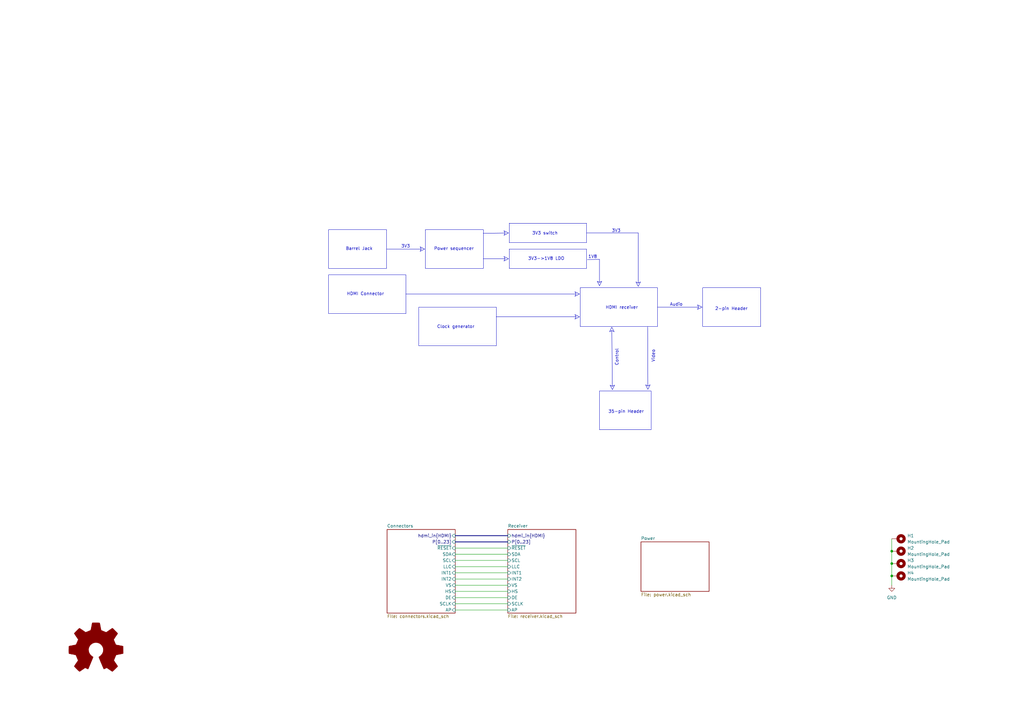
<source format=kicad_sch>
(kicad_sch (version 20231120) (generator "eeschema") (generator_version "8.0")
  (paper "A3")
  (title_block (title "test_project") (date "18.10.2024") (rev "1.0.0") (company "Antmicro"))
  (lib_symbols
    (symbol "Device:DIAC" (pin_numbers hide) (pin_names (offset 1.016) hide)
      (property "Reference" "D" (at 0 3.81 0))
      (property "Value" "DIAC" (at 0 -3.81 0))
      (symbol "DIAC_0_1"
        (polyline (pts (xy -1.27 -2.54) (xy -1.27 2.54) (xy 1.27 1.27) (xy -1.27 0)) (stroke (width 0.254)) (fill (type outline)))
        (polyline (pts (xy 1.27 2.54) (xy 1.27 -2.54) (xy -1.27 -1.27) (xy 1.27 0)) (stroke (width 0.254)) (fill (type outline)))
      )
      (symbol "DIAC_1_1"
        (pin passive line (at -3.81 0 0) (length 2.54) (name "K") (number "1"))
        (pin passive line (at 3.81 0 180) (length 2.54) (name "A") (number "2"))
      )
    )
    (symbol "Graphic:Logo_Open_Hardware_Large" (in_bom no) (on_board no)
      (symbol "Logo_Open_Hardware_Large_1_1"
        (polyline (pts (xy 6.731 -8.7122) (xy 6.6294 -8.6614) (xy 6.35 -8.4836) (xy 5.9944 -8.255) (xy 5.5372 -7.9502) (xy 5.1054 -7.6454) (xy 4.7498 -7.4168) (xy 4.4958 -7.239) (xy 4.3942 -7.1882) (xy 4.318 -7.2136) (xy 4.1148 -7.3152) (xy 3.81 -7.4676) (xy 3.6322 -7.5692) (xy 3.3528 -7.6708) (xy 3.2258 -7.6962) (xy 3.2004 -7.6708) (xy 3.0988 -7.4676) (xy 2.9464 -7.0866) (xy 2.7178 -6.604) (xy 2.4892 -6.0452) (xy 2.2352 -5.4356) (xy 1.9558 -4.826) (xy 1.7272 -4.2164) (xy 1.4986 -3.683) (xy 1.3208 -3.2512) (xy 1.2192 -2.9464) (xy 1.1684 -2.8194) (xy 1.1938 -2.794) (xy 1.3208 -2.667) (xy 1.5748 -2.4892) (xy 2.0828 -2.0574) (xy 2.6162 -1.397) (xy 2.921 -0.6604) (xy 3.048 0.1524) (xy 2.9464 0.9144) (xy 2.6416 1.6256) (xy 2.1336 2.286) (xy 1.524 2.7686) (xy 0.8128 3.0734) (xy 0 3.175) (xy -0.762 3.0988) (xy -1.4986 2.794) (xy -2.159 2.286) (xy -2.4384 1.9812) (xy -2.8194 1.3208) (xy -3.048 0.6096) (xy -3.0734 0.4318) (xy -3.0226 -0.3556) (xy -2.794 -1.0922) (xy -2.3876 -1.7526) (xy -1.8288 -2.3114) (xy -1.7526 -2.3622) (xy -1.4732 -2.5654) (xy -1.2954 -2.6924) (xy -1.1684 -2.8194) (xy -2.159 -5.207) (xy -2.3114 -5.588) (xy -2.5908 -6.2484) (xy -2.8194 -6.8072) (xy -3.0226 -7.2644) (xy -3.1496 -7.5692) (xy -3.2258 -7.6708) (xy -3.2258 -7.6962) (xy -3.302 -7.6962) (xy -3.4798 -7.6454) (xy -3.8354 -7.4676) (xy -4.0386 -7.366) (xy -4.2926 -7.239) (xy -4.4196 -7.1882) (xy -4.5212 -7.239) (xy -4.7498 -7.3914) (xy -5.1054 -7.6454) (xy -5.5372 -7.9248) (xy -5.9436 -8.2042) (xy -6.3246 -8.4582) (xy -6.604 -8.636) (xy -6.731 -8.7122) (xy -6.7564 -8.7122) (xy -6.858 -8.636) (xy -7.0866 -8.4582) (xy -7.4168 -8.1534) (xy -7.874 -7.6962) (xy -7.9502 -7.62) (xy -8.3312 -7.239) (xy -8.636 -6.9088) (xy -8.8392 -6.6802) (xy -8.9154 -6.5786) (xy -8.9154 -6.5786) (xy -8.8392 -6.4516) (xy -8.6614 -6.1722) (xy -8.4328 -5.7912) (xy -8.128 -5.3594) (xy -7.3152 -4.191) (xy -7.7724 -3.0988) (xy -7.8994 -2.7686) (xy -8.0772 -2.3622) (xy -8.2042 -2.0828) (xy -8.255 -1.9558) (xy -8.382 -1.905) (xy -8.6614 -1.8542) (xy -9.0932 -1.7526) (xy -9.6266 -1.651) (xy -10.1092 -1.5748) (xy -10.541 -1.4732) (xy -10.8712 -1.4224) (xy -11.0236 -1.397) (xy -11.049 -1.3716) (xy -11.0744 -1.2954) (xy -11.0998 -1.143) (xy -11.0998 -0.889) (xy -11.1252 -0.4572) (xy -11.1252 0.1524) (xy -11.1252 0.2286) (xy -11.0998 0.8128) (xy -11.0998 1.27) (xy -11.0744 1.5494) (xy -11.0744 1.6764) (xy -11.0744 1.6764) (xy -10.922 1.7018) (xy -10.6172 1.778) (xy -10.16 1.8542) (xy -9.652 1.9558) (xy -9.6012 1.9812) (xy -9.0932 2.0828) (xy -8.636 2.159) (xy -8.3312 2.2352) (xy -8.2042 2.286) (xy -8.1788 2.3114) (xy -8.0772 2.5146) (xy -7.9248 2.8448) (xy -7.747 3.2512) (xy -7.5692 3.6576) (xy -7.4168 4.0386) (xy -7.3152 4.318) (xy -7.2898 4.445) (xy -7.2898 4.445) (xy -7.366 4.572) (xy -7.5438 4.826) (xy -7.7978 5.207) (xy -8.128 5.6642) (xy -8.128 5.6896) (xy -8.4328 6.1468) (xy -8.6868 6.5278) (xy -8.8392 6.7818) (xy -8.9154 6.9088) (xy -8.9154 6.9088) (xy -8.8138 7.0358) (xy -8.5852 7.2898) (xy -8.255 7.6454) (xy -7.874 8.0264) (xy -7.747 8.1534) (xy -7.3152 8.5852) (xy -7.0104 8.8646) (xy -6.8326 8.9916) (xy -6.731 9.0424) (xy -6.731 9.0424) (xy -6.604 8.9408) (xy -6.3246 8.763) (xy -5.9436 8.509) (xy -5.4864 8.2042) (xy -5.461 8.1788) (xy -5.0038 7.874) (xy -4.6482 7.62) (xy -4.3688 7.4422) (xy -4.2672 7.3914) (xy -4.2418 7.3914) (xy -4.064 7.4422) (xy -3.7338 7.5438) (xy -3.3528 7.6962) (xy -2.9464 7.874) (xy -2.5654 8.0264) (xy -2.286 8.1534) (xy -2.159 8.2296) (xy -2.159 8.2296) (xy -2.1082 8.382) (xy -2.032 8.7122) (xy -1.9304 9.1694) (xy -1.8288 9.7282) (xy -1.8034 9.8044) (xy -1.7018 10.3378) (xy -1.6256 10.7696) (xy -1.5748 11.0744) (xy -1.524 11.2014) (xy -1.4478 11.2268) (xy -1.1938 11.2522) (xy -0.8128 11.2522) (xy -0.3302 11.2522) (xy 0.1524 11.2522) (xy 0.6604 11.2522) (xy 1.0668 11.2268) (xy 1.3716 11.2014) (xy 1.4986 11.176) (xy 1.4986 11.176) (xy 1.5494 11.0236) (xy 1.6256 10.6934) (xy 1.7018 10.2108) (xy 1.8288 9.6774) (xy 1.8288 9.5758) (xy 1.9304 9.0424) (xy 2.032 8.6106) (xy 2.0828 8.3058) (xy 2.1336 8.2042) (xy 2.159 8.1788) (xy 2.3876 8.0772) (xy 2.7432 7.9248) (xy 3.175 7.747) (xy 4.191 7.3406) (xy 5.461 8.2042) (xy 5.5626 8.2804) (xy 6.0198 8.5852) (xy 6.3754 8.8392) (xy 6.6294 8.9916) (xy 6.7564 9.0424) (xy 6.7564 9.0424) (xy 6.8834 8.9408) (xy 7.1374 8.7122) (xy 7.4676 8.382) (xy 7.8486 7.9756) (xy 8.1534 7.6962) (xy 8.4836 7.3406) (xy 8.7122 7.112) (xy 8.8392 6.9596) (xy 8.8646 6.858) (xy 8.8646 6.8072) (xy 8.7884 6.6802) (xy 8.6106 6.4008) (xy 8.3312 6.0198) (xy 8.0264 5.588) (xy 7.7978 5.207) (xy 7.5184 4.8006) (xy 7.3406 4.4958) (xy 7.2898 4.3434) (xy 7.2898 4.2926) (xy 7.3914 4.0386) (xy 7.5184 3.683) (xy 7.7216 3.2258) (xy 8.1534 2.2352) (xy 8.7884 2.1082) (xy 9.1948 2.0574) (xy 9.7536 1.9304) (xy 10.2616 1.8288) (xy 11.0998 1.6764) (xy 11.1252 -1.3208) (xy 10.9982 -1.3716) (xy 10.8712 -1.397) (xy 10.5664 -1.4732) (xy 10.1346 -1.5494) (xy 9.6266 -1.651) (xy 9.1948 -1.7272) (xy 8.7376 -1.8288) (xy 8.4328 -1.8796) (xy 8.2804 -1.905) (xy 8.255 -1.9558) (xy 8.1534 -2.159) (xy 7.9756 -2.5146) (xy 7.8232 -2.921) (xy 7.6454 -3.3274) (xy 7.493 -3.7338) (xy 7.366 -4.0132) (xy 7.3406 -4.191) (xy 7.3914 -4.2926) (xy 7.5692 -4.5466) (xy 7.7978 -4.9276) (xy 8.1026 -5.3594) (xy 8.4074 -5.7912) (xy 8.6614 -6.1722) (xy 8.8138 -6.4262) (xy 8.89 -6.5532) (xy 8.8646 -6.6548) (xy 8.6868 -6.858) (xy 8.3566 -7.1882) (xy 7.874 -7.6708) (xy 7.7978 -7.747) (xy 7.3914 -8.128) (xy 7.0612 -8.4328) (xy 6.8326 -8.636) (xy 6.731 -8.7122)) (fill (type outline)))
      )
    )
    (symbol "Mechanical:MountingHole_Pad" (pin_numbers hide) (pin_names (offset 1.016) hide) (exclude_from_sim yes) (in_bom no)
      (property "Reference" "H" (at 0 6.35 0))
      (property "Value" "MountingHole_Pad" (at 0 4.445 0))
      (symbol "MountingHole_Pad_0_1"
        (circle (center 0 1.27) (radius 1.27) (stroke (width 1.27)))
      )
      (symbol "MountingHole_Pad_1_1"
        (pin input line (at 0 -2.54 90) (length 2.54) (name "1") (number "1"))
      )
    )
    (symbol "power:GND" (power) (pin_numbers hide) (pin_names (offset 0) hide)
      (property "Value" "GND" (at 0 -3.81 0))
      (symbol "GND_0_1"
        (polyline (pts (xy 0 0) (xy 0 -1.27) (xy 1.27 -1.27) (xy 0 -2.54) (xy -1.27 -1.27) (xy 0 -1.27)))
      )
      (symbol "GND_1_1"
        (pin power_in line (at 0 0 270) (length 0) (name "~") (number "1"))
      )
    )
  )
  (bus_alias "" (members))
  (bus_alias "HDMI" (members "D2+" "D2-" "D1+" "D1-" "D0+" "D0-" "CK+" "CK-" "HPD" "SDA" "SCL" "CEC"))
  (junction (at 365.76 231.14))
  (junction (at 365.76 226.06))
  (junction (at 365.76 236.22))
  (polyline (pts (xy 198.2523 106.1244) (xy 207.1502 106.1244)) (stroke (width 0) (type solid)))
  (wire (pts (xy 365.76 226.06) (xy 365.76 231.14)))
  (wire (pts (xy 186.69 247.65) (xy 208.28 247.65)))
  (bus (pts (xy 186.69 219.71) (xy 208.28 219.71)))
  (wire (pts (xy 365.76 220.98) (xy 365.76 226.06)))
  (wire (pts (xy 186.69 234.95) (xy 208.28 234.95)))
  (polyline (pts (xy 245.8773 106.389) (xy 245.8773 115.8161)) (stroke (width 0) (type solid)))
  (wire (pts (xy 186.69 232.41) (xy 208.28 232.41)))
  (wire (pts (xy 186.69 245.11) (xy 208.28 245.11)))
  (wire (pts (xy 186.69 224.79) (xy 208.28 224.79)))
  (polyline (pts (xy 240.5856 95.541) (xy 261.7523 95.541)) (stroke (width 0) (type solid)))
  (wire (pts (xy 186.69 250.19) (xy 208.28 250.19)))
  (polyline (pts (xy 251.1531 158.414) (xy 250.9414 135.5751)) (stroke (width 0) (type solid)))
  (polyline (pts (xy 198.2047 95.7104) (xy 207.1502 95.5675)) (stroke (width 0) (type solid)))
  (wire (pts (xy 186.69 240.03) (xy 208.28 240.03)))
  (polyline (pts (xy 166.5023 120.5865) (xy 236.2544 120.5865)) (stroke (width 0) (type solid)))
  (polyline (pts (xy 240.9031 106.4577) (xy 245.8773 106.389)) (stroke (width 0) (type solid)))
  (bus (pts (xy 186.69 222.25) (xy 208.28 222.25)))
  (polyline (pts (xy 261.7523 95.541) (xy 261.7523 116.0806)) (stroke (width 0) (type solid)))
  (wire (pts (xy 186.69 242.57) (xy 208.28 242.57)))
  (wire (pts (xy 365.76 231.14) (xy 365.76 236.22)))
  (wire (pts (xy 365.76 236.22) (xy 365.76 240.03)))
  (wire (pts (xy 186.69 237.49) (xy 208.28 237.49)))
  (polyline (pts (xy 203.544 129.9369) (xy 236.2544 129.9369)) (stroke (width 0) (type solid)))
  (wire (pts (xy 186.69 229.87) (xy 208.28 229.87)))
  (wire (pts (xy 186.69 227.33) (xy 208.28 227.33)))
  (polyline (pts (xy 269.6898 125.9681) (xy 286.5252 125.9681)) (stroke (width 0) (type solid)))
  (polyline (pts (xy 265.6258 134.0326) (xy 265.7237 158.2976)) (stroke (width 0) (type solid)))
  (polyline (pts (xy 158.5648 102.1556) (xy 172.7544 102.1556)) (stroke (width 0) (type solid)))
  (polyline (pts (xy 208.5393 95.5463) (xy 206.7031 96.5015) (xy 207.1502 95.5675) (xy 206.674 94.6494) (xy 208.5393 95.5463)) (stroke (width 0) (type solid)) (fill (type outline)))
  (polyline (pts (xy 237.6435 120.5865) (xy 235.7914 121.5125) (xy 236.2544 120.5865) (xy 235.7914 119.6605) (xy 237.6435 120.5865)) (stroke (width 0) (type solid)) (fill (type outline)))
  (polyline (pts (xy 208.5393 106.1244) (xy 206.6872 107.0504) (xy 207.1502 106.1244) (xy 206.6872 105.1983) (xy 208.5393 106.1244)) (stroke (width 0) (type solid)) (fill (type outline)))
  (polyline (pts (xy 203.544 141.8431) (xy 171.794 141.8431) (xy 171.794 125.9681) (xy 203.544 125.9681) (xy 203.544 141.8431)) (stroke (width 0) (type solid)) (fill (type color) (color 255 255 255 1)))
  (polyline (pts (xy 174.1435 102.1556) (xy 172.2914 103.0817) (xy 172.7544 102.1556) (xy 172.2914 101.2296) (xy 174.1435 102.1556)) (stroke (width 0) (type solid)) (fill (type outline)))
  (polyline (pts (xy 251.1663 159.803) (xy 250.2217 157.9589) (xy 251.1531 158.414) (xy 252.0738 157.943) (xy 251.1663 159.803)) (stroke (width 0) (type solid)) (fill (type outline)))
  (polyline (pts (xy 158.5648 110.0931) (xy 134.7523 110.0931) (xy 134.7523 94.2181) (xy 158.5648 94.2181) (xy 158.5648 110.0931)) (stroke (width 0) (type solid)) (fill (type color) (color 255 255 255 1)))
  (polyline (pts (xy 237.6435 129.9369) (xy 235.7914 130.8629) (xy 236.2544 129.9369) (xy 235.7914 129.0108) (xy 237.6435 129.9369)) (stroke (width 0) (type solid)) (fill (type outline)))
  (polyline (pts (xy 269.6898 133.9056) (xy 237.9398 133.9056) (xy 237.9398 118.0306) (xy 269.6898 118.0306) (xy 269.6898 133.9056)) (stroke (width 0) (type solid)) (fill (type color) (color 255 255 255 1)))
  (polyline (pts (xy 287.9143 125.9681) (xy 286.0622 126.8942) (xy 286.5252 125.9681) (xy 286.0622 125.0421) (xy 287.9143 125.9681)) (stroke (width 0) (type solid)) (fill (type outline)))
  (polyline (pts (xy 198.2523 110.0931) (xy 174.4398 110.0931) (xy 174.4398 94.2181) (xy 198.2523 94.2181) (xy 198.2523 110.0931)) (stroke (width 0) (type solid)) (fill (type color) (color 255 255 255 1)))
  (polyline (pts (xy 267.044 176.239) (xy 245.8773 176.239) (xy 245.8773 160.364) (xy 267.044 160.364) (xy 267.044 176.239)) (stroke (width 0) (type solid)) (fill (type color) (color 255 255 255 1)))
  (polyline (pts (xy 251.8727 136.0302) (xy 250.9414 135.5751) (xy 250.0207 136.0461) (xy 250.9282 134.1861) (xy 251.8727 136.0302)) (stroke (width 0) (type solid)) (fill (type outline)))
  (polyline (pts (xy 240.5856 99.5098) (xy 208.8356 99.5098) (xy 208.8356 91.5723) (xy 240.5856 91.5723) (xy 240.5856 99.5098)) (stroke (width 0) (type solid)) (fill (type color) (color 255 255 255 1)))
  (polyline (pts (xy 261.7523 117.4697) (xy 260.8262 115.6176) (xy 261.7523 116.0806) (xy 262.6783 115.6176) (xy 261.7523 117.4697)) (stroke (width 0) (type solid)) (fill (type outline)))
  (polyline (pts (xy 265.7316 159.6866) (xy 264.7976 157.8398) (xy 265.7237 158.2976) (xy 266.6497 157.8319) (xy 265.7316 159.6866)) (stroke (width 0) (type solid)) (fill (type outline)))
  (polyline (pts (xy 312.0231 133.9056) (xy 288.2106 133.9056) (xy 288.2106 118.0306) (xy 312.0231 118.0306) (xy 312.0231 133.9056)) (stroke (width 0) (type solid)) (fill (type color) (color 255 255 255 1)))
  (polyline (pts (xy 166.5023 128.614) (xy 134.7523 128.614) (xy 134.7523 112.739) (xy 166.5023 112.739) (xy 166.5023 128.614)) (stroke (width 0) (type solid)) (fill (type color) (color 255 255 255 1)))
  (polyline (pts (xy 240.5856 110.0931) (xy 208.8356 110.0931) (xy 208.8356 102.1556) (xy 240.5856 102.1556) (xy 240.5856 110.0931)) (stroke (width 0) (type solid)) (fill (type color) (color 255 255 255 1)))
  (polyline (pts (xy 245.8773 117.2051) (xy 244.9512 115.353) (xy 245.8773 115.8161) (xy 246.8033 115.353) (xy 245.8773 117.2051)) (stroke (width 0) (type solid)) (fill (type outline)))
  (text "Control" (at 252.984 146.558 90) (effects (font (size 1.27 1.27))))
  (text "3V3" (at 252.73 94.742 0) (effects (font (size 1.27 1.27))))
  (text "Video" (at 267.97 146.05 90) (effects (font (size 1.27 1.27))))
  (text "1V8" (at 243.078 105.41 0) (effects (font (size 1.27 1.27))))
  (text "Audio" (at 277.368 124.968 0) (effects (font (size 1.27 1.27))))
  (text "3V3 switch" (at 223.52 95.758 0) (effects (font (size 1.27 1.27))))
  (text "Power sequencer\n" (at 186.182 102.108 0) (effects (font (size 1.27 1.27))))
  (text "2-pin Header" (at 299.974 126.746 0) (effects (font (size 1.27 1.27))))
  (text "35-pin Header" (at 256.794 168.91 0) (effects (font (size 1.27 1.27))))
  (text "3V3->1V8 LDO" (at 224.028 106.172 0) (effects (font (size 1.27 1.27))))
  (text "3V3" (at 166.37 101.092 0) (effects (font (size 1.27 1.27))))
  (text "Barrel Jack" (at 147.32 102.108 0) (effects (font (size 1.27 1.27))))
  (text "Clock generator" (at 186.944 134.112 0) (effects (font (size 1.27 1.27))))
  (text "HDMI Connector" (at 149.86 120.65 0) (effects (font (size 1.27 1.27))))
  (text "HDMI receiver\n" (at 255.016 126.238 0) (effects (font (size 1.27 1.27))))
  (symbol (lib_id "Mechanical:MountingHole_Pad") (at 368.3 220.98 270) (unit 1) (exclude_from_sim yes) (in_bom no)
    (property "Reference" "H1" (at 372.11 219.7099 90) (effects (justify left)))
    (property "Value" "MountingHole_Pad" (at 372.11 222.2499 90) (effects (justify left)))
    (property "Footprint" "MountingHole:MountingHole_2.2mm_M2_DIN965_Pad" (effects (hide yes)))
    (property "Description" "Mounting Hole with connection" (effects (hide yes)))
  )
  (symbol (lib_id "Mechanical:MountingHole_Pad") (at 368.3 236.22 270) (unit 1) (exclude_from_sim yes) (in_bom no)
    (property "Reference" "H4" (at 372.11 234.9499 90) (effects (justify left)))
    (property "Value" "MountingHole_Pad" (at 372.11 237.4899 90) (effects (justify left)))
    (property "Footprint" "MountingHole:MountingHole_2.2mm_M2_DIN965_Pad" (effects (hide yes)))
    (property "Description" "Mounting Hole with connection" (effects (hide yes)))
  )
  (symbol (lib_id "Mechanical:MountingHole_Pad") (at 368.3 226.06 270) (unit 1) (exclude_from_sim yes) (in_bom no)
    (property "Reference" "H2" (at 372.11 224.7899 90) (effects (justify left)))
    (property "Value" "MountingHole_Pad" (at 372.11 227.3299 90) (effects (justify left)))
    (property "Footprint" "MountingHole:MountingHole_2.2mm_M2_DIN965_Pad" (effects (hide yes)))
    (property "Description" "Mounting Hole with connection" (effects (hide yes)))
  )
  (symbol (lib_id "Mechanical:MountingHole_Pad") (at 368.3 231.14 270) (unit 1) (exclude_from_sim yes) (in_bom no)
    (property "Reference" "H3" (at 372.11 229.8699 90) (effects (justify left)))
    (property "Value" "MountingHole_Pad" (at 372.11 232.4099 90) (effects (justify left)))
    (property "Footprint" "MountingHole:MountingHole_2.2mm_M2_DIN965_Pad" (effects (hide yes)))
    (property "Description" "Mounting Hole with connection" (effects (hide yes)))
  )
  (symbol (lib_id "Graphic:Logo_Open_Hardware_Large") (at 39.37 266.7 0) (unit 1) (exclude_from_sim yes) (in_bom no) (on_board no)
    (property "Reference" "#SYM1" (effects (hide yes)))
    (property "Value" "Logo_Open_Hardware_Large" (effects (hide yes)))
    (property "Description" "Open Hardware logo, large" (effects (hide yes)))
  )
  (symbol (lib_id "power:GND") (at 365.76 240.03 0) (unit 1)
    (property "Reference" "#PWR041" (effects (hide yes)))
    (property "Value" "GND" (at 365.76 245.11 0))
    (property "Description" "Power symbol creates a global label with name \"GND\" , ground" (effects (hide yes)))
  )
  (sheet (at 208.28 217.17) (size 27.94 34.29) (stroke (width 0.1524))
    (property "Sheetname" "Receiver" (at 208.28 216.4584 0) (effects (justify left bottom)))
    (property "Sheetfile" "receiver.kicad_sch" (at 208.28 252.0446 0) (effects (justify left top)))
    (pin "hdmi_in{HDMI}" input (at 208.28 219.71 180))
    (pin "~{RESET}" input (at 208.28 224.79 180))
    (pin "P[0..23]" input (at 208.28 222.25 180))
    (pin "SDA" input (at 208.28 227.33 180))
    (pin "SCL" input (at 208.28 229.87 180))
    (pin "VS" input (at 208.28 240.03 180))
    (pin "HS" input (at 208.28 242.57 180))
    (pin "DE" input (at 208.28 245.11 180))
    (pin "LLC" input (at 208.28 232.41 180))
    (pin "INT1" input (at 208.28 234.95 180))
    (pin "INT2" input (at 208.28 237.49 180))
    (pin "AP" input (at 208.28 250.19 180))
    (pin "SCLK" input (at 208.28 247.65 180))
  )
  (sheet (at 158.75 217.17) (size 27.94 34.29) (stroke (width 0.1524))
    (property "Sheetname" "Connectors" (at 158.75 216.4584 0) (effects (justify left bottom)))
    (property "Sheetfile" "connectors.kicad_sch" (at 158.75 252.0446 0) (effects (justify left top)))
    (pin "hdmi_in{HDMI}" input (at 186.69 219.71 0))
    (pin "P[0..23]" input (at 186.69 222.25 0))
    (pin "VS" input (at 186.69 240.03 0))
    (pin "DE" input (at 186.69 245.11 0))
    (pin "INT1" input (at 186.69 234.95 0))
    (pin "INT2" input (at 186.69 237.49 0))
    (pin "HS" input (at 186.69 242.57 0))
    (pin "LLC" input (at 186.69 232.41 0))
    (pin "~{RESET}" input (at 186.69 224.79 0))
    (pin "SCL" input (at 186.69 229.87 0))
    (pin "SDA" input (at 186.69 227.33 0))
    (pin "SCLK" input (at 186.69 247.65 0))
    (pin "AP" input (at 186.69 250.19 0))
  )
  (sheet (at 262.89 222.25) (size 27.94 20.32) (stroke (width 0.1524))
    (property "Sheetname" "Power" (at 262.89 221.5384 0) (effects (justify left bottom)))
    (property "Sheetfile" "power.kicad_sch" (at 262.89 243.1546 0) (effects (justify left top)))
  )
)
</source>
